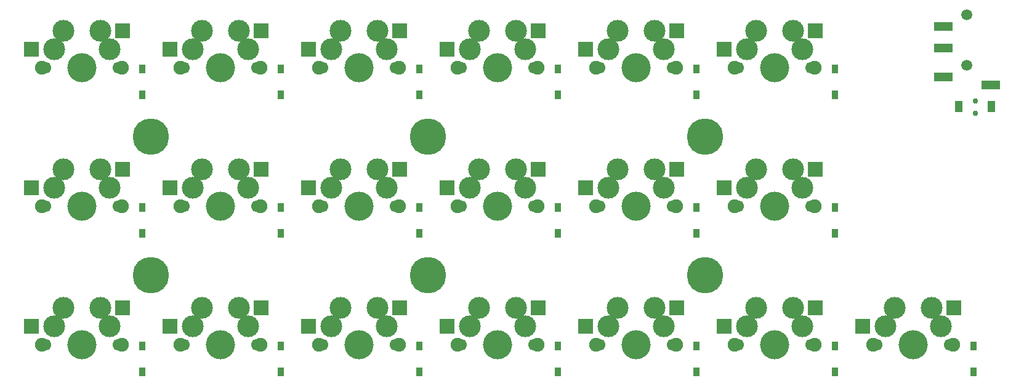
<source format=gbr>
G04 #@! TF.GenerationSoftware,KiCad,Pcbnew,(5.1.7)-1*
G04 #@! TF.CreationDate,2021-01-25T07:56:41+09:00*
G04 #@! TF.ProjectId,pisces,70697363-6573-42e6-9b69-6361645f7063,rev?*
G04 #@! TF.SameCoordinates,Original*
G04 #@! TF.FileFunction,Soldermask,Bot*
G04 #@! TF.FilePolarity,Negative*
%FSLAX46Y46*%
G04 Gerber Fmt 4.6, Leading zero omitted, Abs format (unit mm)*
G04 Created by KiCad (PCBNEW (5.1.7)-1) date 2021-01-25 07:56:41*
%MOMM*%
%LPD*%
G01*
G04 APERTURE LIST*
%ADD10C,3.000000*%
%ADD11R,2.000000X2.000000*%
%ADD12C,4.000000*%
%ADD13C,1.900000*%
%ADD14C,1.700000*%
%ADD15C,5.000000*%
%ADD16R,0.950000X1.300000*%
%ADD17C,1.500000*%
%ADD18R,2.500000X1.200000*%
%ADD19C,0.750000*%
%ADD20R,1.100000X1.600000*%
G04 APERTURE END LIST*
D10*
X149060000Y-47460000D03*
X142710000Y-44920000D03*
D11*
X138350000Y-47460000D03*
D10*
X147790000Y-44920000D03*
D12*
X145250000Y-50000000D03*
D13*
X139750000Y-50000000D03*
X150750000Y-50000000D03*
D14*
X150330000Y-50000000D03*
X140170000Y-50000000D03*
D10*
X141440000Y-47460000D03*
D11*
X150850000Y-44920000D03*
D15*
X135725000Y-78575000D03*
X135725000Y-59525000D03*
X97625000Y-78575000D03*
X97625000Y-59525000D03*
X59525000Y-78575000D03*
X59525000Y-59525000D03*
D16*
X58293000Y-50231500D03*
X58293000Y-53781500D03*
X58293000Y-72831500D03*
X58293000Y-69281500D03*
X58293000Y-88331500D03*
X58293000Y-91881500D03*
X96393000Y-53781500D03*
X96393000Y-50231500D03*
X96393000Y-69281500D03*
X96393000Y-72831500D03*
X115443000Y-53781500D03*
X115443000Y-50231500D03*
X115443000Y-69281500D03*
X115443000Y-72831500D03*
X115443000Y-88331500D03*
X115443000Y-91881500D03*
X134493000Y-72831500D03*
X134493000Y-69281500D03*
X134493000Y-88331500D03*
X134493000Y-91881500D03*
X153543000Y-72831500D03*
X153543000Y-69281500D03*
X153543000Y-91881500D03*
X153543000Y-88331500D03*
D10*
X53810000Y-47460000D03*
X47460000Y-44920000D03*
D11*
X43100000Y-47460000D03*
D10*
X52540000Y-44920000D03*
D12*
X50000000Y-50000000D03*
D13*
X44500000Y-50000000D03*
X55500000Y-50000000D03*
D14*
X55080000Y-50000000D03*
X44920000Y-50000000D03*
D10*
X46190000Y-47460000D03*
D11*
X55600000Y-44920000D03*
X55600000Y-63970000D03*
D10*
X46190000Y-66510000D03*
D14*
X44920000Y-69050000D03*
X55080000Y-69050000D03*
D13*
X55500000Y-69050000D03*
X44500000Y-69050000D03*
D12*
X50000000Y-69050000D03*
D10*
X52540000Y-63970000D03*
D11*
X43100000Y-66510000D03*
D10*
X47460000Y-63970000D03*
X53810000Y-66510000D03*
X53810000Y-85560000D03*
X47460000Y-83020000D03*
D11*
X43100000Y-85560000D03*
D10*
X52540000Y-83020000D03*
D12*
X50000000Y-88100000D03*
D13*
X44500000Y-88100000D03*
X55500000Y-88100000D03*
D14*
X55080000Y-88100000D03*
X44920000Y-88100000D03*
D10*
X46190000Y-85560000D03*
D11*
X55600000Y-83020000D03*
X74650000Y-44920000D03*
D10*
X65240000Y-47460000D03*
D14*
X63970000Y-50000000D03*
X74130000Y-50000000D03*
D13*
X74550000Y-50000000D03*
X63550000Y-50000000D03*
D12*
X69050000Y-50000000D03*
D10*
X71590000Y-44920000D03*
D11*
X62150000Y-47460000D03*
D10*
X66510000Y-44920000D03*
X72860000Y-47460000D03*
D11*
X74650000Y-63970000D03*
D10*
X65240000Y-66510000D03*
D14*
X63970000Y-69050000D03*
X74130000Y-69050000D03*
D13*
X74550000Y-69050000D03*
X63550000Y-69050000D03*
D12*
X69050000Y-69050000D03*
D10*
X71590000Y-63970000D03*
D11*
X62150000Y-66510000D03*
D10*
X66510000Y-63970000D03*
X72860000Y-66510000D03*
X72860000Y-85560000D03*
X66510000Y-83020000D03*
D11*
X62150000Y-85560000D03*
D10*
X71590000Y-83020000D03*
D12*
X69050000Y-88100000D03*
D13*
X63550000Y-88100000D03*
X74550000Y-88100000D03*
D14*
X74130000Y-88100000D03*
X63970000Y-88100000D03*
D10*
X65240000Y-85560000D03*
D11*
X74650000Y-83020000D03*
X93700000Y-44920000D03*
D10*
X84290000Y-47460000D03*
D14*
X83020000Y-50000000D03*
X93180000Y-50000000D03*
D13*
X93600000Y-50000000D03*
X82600000Y-50000000D03*
D12*
X88100000Y-50000000D03*
D10*
X90640000Y-44920000D03*
D11*
X81200000Y-47460000D03*
D10*
X85560000Y-44920000D03*
X91910000Y-47460000D03*
X91910000Y-66510000D03*
X85560000Y-63970000D03*
D11*
X81200000Y-66510000D03*
D10*
X90640000Y-63970000D03*
D12*
X88100000Y-69050000D03*
D13*
X82600000Y-69050000D03*
X93600000Y-69050000D03*
D14*
X93180000Y-69050000D03*
X83020000Y-69050000D03*
D10*
X84290000Y-66510000D03*
D11*
X93700000Y-63970000D03*
D10*
X91910000Y-85560000D03*
X85560000Y-83020000D03*
D11*
X81200000Y-85560000D03*
D10*
X90640000Y-83020000D03*
D12*
X88100000Y-88100000D03*
D13*
X82600000Y-88100000D03*
X93600000Y-88100000D03*
D14*
X93180000Y-88100000D03*
X83020000Y-88100000D03*
D10*
X84290000Y-85560000D03*
D11*
X93700000Y-83020000D03*
D10*
X110960000Y-47460000D03*
X104610000Y-44920000D03*
D11*
X100250000Y-47460000D03*
D10*
X109690000Y-44920000D03*
D12*
X107150000Y-50000000D03*
D13*
X101650000Y-50000000D03*
X112650000Y-50000000D03*
D14*
X112230000Y-50000000D03*
X102070000Y-50000000D03*
D10*
X103340000Y-47460000D03*
D11*
X112750000Y-44920000D03*
X112750000Y-63970000D03*
D10*
X103340000Y-66510000D03*
D14*
X102070000Y-69050000D03*
X112230000Y-69050000D03*
D13*
X112650000Y-69050000D03*
X101650000Y-69050000D03*
D12*
X107150000Y-69050000D03*
D10*
X109690000Y-63970000D03*
D11*
X100250000Y-66510000D03*
D10*
X104610000Y-63970000D03*
X110960000Y-66510000D03*
X110960000Y-85560000D03*
X104610000Y-83020000D03*
D11*
X100250000Y-85560000D03*
D10*
X109690000Y-83020000D03*
D12*
X107150000Y-88100000D03*
D13*
X101650000Y-88100000D03*
X112650000Y-88100000D03*
D14*
X112230000Y-88100000D03*
X102070000Y-88100000D03*
D10*
X103340000Y-85560000D03*
D11*
X112750000Y-83020000D03*
X131800000Y-44920000D03*
D10*
X122390000Y-47460000D03*
D14*
X121120000Y-50000000D03*
X131280000Y-50000000D03*
D13*
X131700000Y-50000000D03*
X120700000Y-50000000D03*
D12*
X126200000Y-50000000D03*
D10*
X128740000Y-44920000D03*
D11*
X119300000Y-47460000D03*
D10*
X123660000Y-44920000D03*
X130010000Y-47460000D03*
D11*
X131800000Y-63970000D03*
D10*
X122390000Y-66510000D03*
D14*
X121120000Y-69050000D03*
X131280000Y-69050000D03*
D13*
X131700000Y-69050000D03*
X120700000Y-69050000D03*
D12*
X126200000Y-69050000D03*
D10*
X128740000Y-63970000D03*
D11*
X119300000Y-66510000D03*
D10*
X123660000Y-63970000D03*
X130010000Y-66510000D03*
D11*
X131800000Y-83020000D03*
D10*
X122390000Y-85560000D03*
D14*
X121120000Y-88100000D03*
X131280000Y-88100000D03*
D13*
X131700000Y-88100000D03*
X120700000Y-88100000D03*
D12*
X126200000Y-88100000D03*
D10*
X128740000Y-83020000D03*
D11*
X119300000Y-85560000D03*
D10*
X123660000Y-83020000D03*
X130010000Y-85560000D03*
D11*
X150850000Y-63970000D03*
D10*
X141440000Y-66510000D03*
D14*
X140170000Y-69050000D03*
X150330000Y-69050000D03*
D13*
X150750000Y-69050000D03*
X139750000Y-69050000D03*
D12*
X145250000Y-69050000D03*
D10*
X147790000Y-63970000D03*
D11*
X138350000Y-66510000D03*
D10*
X142710000Y-63970000D03*
X149060000Y-66510000D03*
X149060000Y-85560000D03*
X142710000Y-83020000D03*
D11*
X138350000Y-85560000D03*
D10*
X147790000Y-83020000D03*
D12*
X145250000Y-88100000D03*
D13*
X139750000Y-88100000D03*
X150750000Y-88100000D03*
D14*
X150330000Y-88100000D03*
X140170000Y-88100000D03*
D10*
X141440000Y-85560000D03*
D11*
X150850000Y-83020000D03*
D10*
X168110000Y-85560000D03*
X161760000Y-83020000D03*
D11*
X157400000Y-85560000D03*
D10*
X166840000Y-83020000D03*
D12*
X164300000Y-88100000D03*
D13*
X158800000Y-88100000D03*
X169800000Y-88100000D03*
D14*
X169380000Y-88100000D03*
X159220000Y-88100000D03*
D10*
X160490000Y-85560000D03*
D11*
X169900000Y-83020000D03*
D17*
X171704000Y-49723000D03*
X171704000Y-42723000D03*
D18*
X168454000Y-47313000D03*
X168454000Y-44313000D03*
X174954000Y-52413000D03*
X168454000Y-51313000D03*
D19*
X172847000Y-54572000D03*
X172847000Y-56272000D03*
D20*
X170597000Y-55372000D03*
X175097000Y-55372000D03*
D16*
X77342999Y-53781500D03*
X77342999Y-50231500D03*
X77342999Y-69281500D03*
X77342999Y-72831500D03*
X77342999Y-91881500D03*
X77342999Y-88331500D03*
X96393000Y-88331500D03*
X96393000Y-91881500D03*
X134493000Y-53781500D03*
X134493000Y-50231500D03*
X153543000Y-53781500D03*
X153543000Y-50231500D03*
X172593000Y-88331500D03*
X172593000Y-91881500D03*
M02*

</source>
